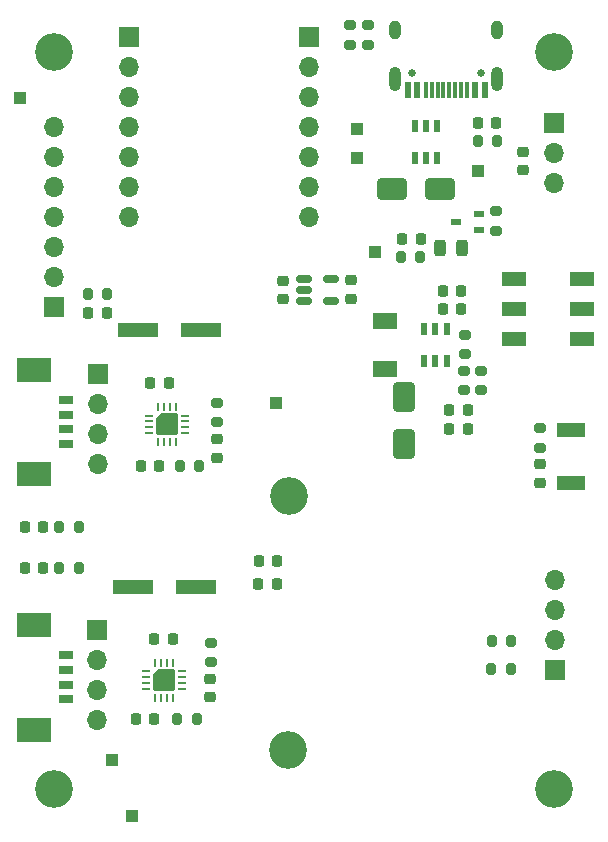
<source format=gts>
%TF.GenerationSoftware,KiCad,Pcbnew,7.0.11-7.0.11~ubuntu22.04.1*%
%TF.CreationDate,2024-03-24T21:54:49+08:00*%
%TF.ProjectId,motor-controller-pcb,6d6f746f-722d-4636-9f6e-74726f6c6c65,2.1b2*%
%TF.SameCoordinates,Original*%
%TF.FileFunction,Soldermask,Top*%
%TF.FilePolarity,Negative*%
%FSLAX46Y46*%
G04 Gerber Fmt 4.6, Leading zero omitted, Abs format (unit mm)*
G04 Created by KiCad (PCBNEW 7.0.11-7.0.11~ubuntu22.04.1) date 2024-03-24 21:54:49*
%MOMM*%
%LPD*%
G01*
G04 APERTURE LIST*
G04 Aperture macros list*
%AMRoundRect*
0 Rectangle with rounded corners*
0 $1 Rounding radius*
0 $2 $3 $4 $5 $6 $7 $8 $9 X,Y pos of 4 corners*
0 Add a 4 corners polygon primitive as box body*
4,1,4,$2,$3,$4,$5,$6,$7,$8,$9,$2,$3,0*
0 Add four circle primitives for the rounded corners*
1,1,$1+$1,$2,$3*
1,1,$1+$1,$4,$5*
1,1,$1+$1,$6,$7*
1,1,$1+$1,$8,$9*
0 Add four rect primitives between the rounded corners*
20,1,$1+$1,$2,$3,$4,$5,0*
20,1,$1+$1,$4,$5,$6,$7,0*
20,1,$1+$1,$6,$7,$8,$9,0*
20,1,$1+$1,$8,$9,$2,$3,0*%
%AMFreePoly0*
4,1,14,0.885355,0.885355,0.900000,0.850000,0.900000,-0.850000,0.885355,-0.885355,0.850000,-0.900000,-0.500000,-0.900000,-0.535355,-0.885356,-0.885355,-0.535355,-0.900000,-0.500000,-0.900000,0.850000,-0.885355,0.885355,-0.850000,0.900000,0.850000,0.900000,0.885355,0.885355,0.885355,0.885355,$1*%
G04 Aperture macros list end*
%ADD10RoundRect,0.225000X-0.250000X0.225000X-0.250000X-0.225000X0.250000X-0.225000X0.250000X0.225000X0*%
%ADD11R,2.000000X1.200000*%
%ADD12R,1.300000X0.800000*%
%ADD13R,3.000000X2.100000*%
%ADD14R,1.700000X1.700000*%
%ADD15O,1.700000X1.700000*%
%ADD16RoundRect,0.225000X0.225000X0.250000X-0.225000X0.250000X-0.225000X-0.250000X0.225000X-0.250000X0*%
%ADD17RoundRect,0.200000X-0.200000X-0.275000X0.200000X-0.275000X0.200000X0.275000X-0.200000X0.275000X0*%
%ADD18R,0.800000X0.280000*%
%ADD19R,0.280000X0.800000*%
%ADD20FreePoly0,270.000000*%
%ADD21C,3.200000*%
%ADD22RoundRect,0.200000X0.275000X-0.200000X0.275000X0.200000X-0.275000X0.200000X-0.275000X-0.200000X0*%
%ADD23R,1.000000X1.000000*%
%ADD24R,2.400000X1.300000*%
%ADD25RoundRect,0.225000X-0.225000X-0.250000X0.225000X-0.250000X0.225000X0.250000X-0.225000X0.250000X0*%
%ADD26R,3.500000X1.200000*%
%ADD27RoundRect,0.218750X-0.218750X-0.256250X0.218750X-0.256250X0.218750X0.256250X-0.218750X0.256250X0*%
%ADD28C,0.650000*%
%ADD29R,0.600000X1.450000*%
%ADD30R,0.300000X1.450000*%
%ADD31O,1.000000X2.100000*%
%ADD32O,1.000000X1.600000*%
%ADD33RoundRect,0.200000X0.200000X0.275000X-0.200000X0.275000X-0.200000X-0.275000X0.200000X-0.275000X0*%
%ADD34R,0.600000X1.100000*%
%ADD35RoundRect,0.250000X-1.000000X-0.650000X1.000000X-0.650000X1.000000X0.650000X-1.000000X0.650000X0*%
%ADD36R,0.920000X0.520000*%
%ADD37R,2.120000X1.400000*%
%ADD38RoundRect,0.250000X0.650000X-1.000000X0.650000X1.000000X-0.650000X1.000000X-0.650000X-1.000000X0*%
%ADD39RoundRect,0.225000X0.250000X-0.225000X0.250000X0.225000X-0.250000X0.225000X-0.250000X-0.225000X0*%
%ADD40RoundRect,0.200000X-0.275000X0.200000X-0.275000X-0.200000X0.275000X-0.200000X0.275000X0.200000X0*%
%ADD41RoundRect,0.150000X-0.512500X-0.150000X0.512500X-0.150000X0.512500X0.150000X-0.512500X0.150000X0*%
%ADD42RoundRect,0.243750X-0.243750X-0.456250X0.243750X-0.456250X0.243750X0.456250X-0.243750X0.456250X0*%
G04 APERTURE END LIST*
D10*
%TO.C,C17*%
X133155000Y-82730000D03*
X133155000Y-84280000D03*
%TD*%
D11*
%TO.C,SW1*%
X152650000Y-82650000D03*
X152650000Y-85150000D03*
X152650000Y-87650000D03*
X146950000Y-82650000D03*
X146950000Y-85150000D03*
X146950000Y-87650000D03*
%TD*%
D12*
%TO.C,J3*%
X109020000Y-92850000D03*
X109020000Y-94110000D03*
X109020000Y-95350000D03*
X109020000Y-96600000D03*
D13*
X106280000Y-99160000D03*
X106280000Y-90300000D03*
%TD*%
D14*
%TO.C,J5*%
X150270000Y-69420000D03*
D15*
X150270000Y-71960000D03*
X150270000Y-74500000D03*
%TD*%
D16*
%TO.C,C9*%
X142450000Y-85120000D03*
X140900000Y-85120000D03*
%TD*%
D17*
%TO.C,R7*%
X143835000Y-70930000D03*
X145485000Y-70930000D03*
%TD*%
D18*
%TO.C,U5*%
X115805000Y-115840000D03*
X115805000Y-116340000D03*
X115805000Y-116840000D03*
X115805000Y-117340000D03*
D19*
X116555000Y-118090000D03*
X117055000Y-118090000D03*
X117555000Y-118090000D03*
X118055000Y-118090000D03*
D18*
X118805000Y-117340000D03*
X118805000Y-116840000D03*
X118805000Y-116340000D03*
X118805000Y-115840000D03*
D19*
X118055000Y-115090000D03*
X117555000Y-115090000D03*
X117055000Y-115090000D03*
X116555000Y-115090000D03*
D20*
X117305000Y-116590000D03*
%TD*%
D21*
%TO.C,H5*%
X127860000Y-101020000D03*
%TD*%
D22*
%TO.C,R15*%
X142670000Y-92010000D03*
X142670000Y-90360000D03*
%TD*%
D12*
%TO.C,J7*%
X108990000Y-114460000D03*
X108990000Y-115720000D03*
X108990000Y-116960000D03*
X108990000Y-118210000D03*
D13*
X106250000Y-120770000D03*
X106250000Y-111910000D03*
%TD*%
D23*
%TO.C,TP3*%
X114580000Y-128080000D03*
%TD*%
D24*
%TO.C,SW2*%
X151710000Y-95370000D03*
X151710000Y-99870000D03*
%TD*%
D17*
%TO.C,R18*%
X110840000Y-83850000D03*
X112490000Y-83850000D03*
%TD*%
D23*
%TO.C,TP1*%
X112850000Y-123310000D03*
%TD*%
D25*
%TO.C,C8*%
X140910000Y-83600000D03*
X142460000Y-83600000D03*
%TD*%
%TO.C,C3*%
X143870000Y-69370000D03*
X145420000Y-69370000D03*
%TD*%
D26*
%TO.C,C16*%
X120025000Y-108700000D03*
X114685000Y-108700000D03*
%TD*%
D27*
%TO.C,D5*%
X110875000Y-85470000D03*
X112450000Y-85470000D03*
%TD*%
D10*
%TO.C,C4*%
X121740000Y-96190000D03*
X121740000Y-97740000D03*
%TD*%
%TO.C,C11*%
X121225000Y-116470000D03*
X121225000Y-118020000D03*
%TD*%
D28*
%TO.C,J1*%
X144090000Y-65140000D03*
X138310000Y-65140000D03*
D29*
X144450000Y-66585000D03*
X143650000Y-66585000D03*
D30*
X142450000Y-66585000D03*
X141450000Y-66585000D03*
X140950000Y-66585000D03*
X139950000Y-66585000D03*
D29*
X138750000Y-66585000D03*
X137950000Y-66585000D03*
X137950000Y-66585000D03*
X138750000Y-66585000D03*
D30*
X139450000Y-66585000D03*
X140450000Y-66585000D03*
X141950000Y-66585000D03*
X142950000Y-66585000D03*
D29*
X143650000Y-66585000D03*
X144450000Y-66585000D03*
D31*
X145520000Y-65670000D03*
D32*
X145520000Y-61490000D03*
D31*
X136880000Y-65670000D03*
D32*
X136880000Y-61490000D03*
%TD*%
D33*
%TO.C,R1*%
X138970000Y-80790000D03*
X137320000Y-80790000D03*
%TD*%
D23*
%TO.C,TP5*%
X143870000Y-73490000D03*
%TD*%
D14*
%TO.C,J2*%
X150420000Y-115710000D03*
D15*
X150420000Y-113170000D03*
X150420000Y-110630000D03*
X150420000Y-108090000D03*
%TD*%
D34*
%TO.C,U3*%
X139320000Y-89532500D03*
X140270000Y-89532500D03*
X141220000Y-89532500D03*
X141220000Y-86832500D03*
X140270000Y-86832500D03*
X139320000Y-86832500D03*
%TD*%
D33*
%TO.C,R10*%
X110085000Y-103590000D03*
X108435000Y-103590000D03*
%TD*%
D27*
%TO.C,D3*%
X105485000Y-107110000D03*
X107060000Y-107110000D03*
%TD*%
D25*
%TO.C,C1*%
X125286300Y-108432200D03*
X126836300Y-108432200D03*
%TD*%
D22*
%TO.C,R12*%
X142790000Y-88980000D03*
X142790000Y-87330000D03*
%TD*%
D35*
%TO.C,D6*%
X136620000Y-75000000D03*
X140620000Y-75000000D03*
%TD*%
D25*
%TO.C,C13*%
X141450000Y-95270000D03*
X143000000Y-95270000D03*
%TD*%
D27*
%TO.C,D4*%
X137470000Y-79250000D03*
X139045000Y-79250000D03*
%TD*%
D21*
%TO.C,H3*%
X107950000Y-125760000D03*
%TD*%
D23*
%TO.C,TP7*%
X135170000Y-80300000D03*
%TD*%
D36*
%TO.C,Q2*%
X143920000Y-78447500D03*
X143920000Y-77147500D03*
X142020000Y-77797500D03*
%TD*%
D37*
%TO.C,L2*%
X135990000Y-86180000D03*
X135990000Y-90240000D03*
%TD*%
D38*
%TO.C,D1*%
X137620000Y-96590000D03*
X137620000Y-92590000D03*
%TD*%
D16*
%TO.C,C14*%
X143000000Y-93730000D03*
X141450000Y-93730000D03*
%TD*%
D18*
%TO.C,U2*%
X116060000Y-94170000D03*
X116060000Y-94670000D03*
X116060000Y-95170000D03*
X116060000Y-95670000D03*
D19*
X116810000Y-96420000D03*
X117310000Y-96420000D03*
X117810000Y-96420000D03*
X118310000Y-96420000D03*
D18*
X119060000Y-95670000D03*
X119060000Y-95170000D03*
X119060000Y-94670000D03*
X119060000Y-94170000D03*
D19*
X118310000Y-93420000D03*
X117810000Y-93420000D03*
X117310000Y-93420000D03*
X116810000Y-93420000D03*
D20*
X117560000Y-94920000D03*
%TD*%
D23*
%TO.C,TP8*%
X133600000Y-72380000D03*
%TD*%
D21*
%TO.C,H1*%
X150328000Y-63385000D03*
%TD*%
%TO.C,H4*%
X150290000Y-125780000D03*
%TD*%
D33*
%TO.C,R11*%
X110065000Y-107110000D03*
X108415000Y-107110000D03*
%TD*%
D14*
%TO.C,J6*%
X107940000Y-85010000D03*
D15*
X107940000Y-82470000D03*
X107940000Y-79930000D03*
X107940000Y-77390000D03*
X107940000Y-74850000D03*
X107940000Y-72310000D03*
X107940000Y-69770000D03*
%TD*%
D39*
%TO.C,C10*%
X149120000Y-99860000D03*
X149120000Y-98310000D03*
%TD*%
D16*
%TO.C,C15*%
X118025000Y-113100000D03*
X116475000Y-113100000D03*
%TD*%
D22*
%TO.C,R13*%
X149130000Y-96910000D03*
X149130000Y-95260000D03*
%TD*%
D39*
%TO.C,C18*%
X127405000Y-84290000D03*
X127405000Y-82740000D03*
%TD*%
D14*
%TO.C,U1*%
X114340000Y-62130000D03*
D15*
X114340000Y-64670000D03*
X114340000Y-67210000D03*
X114340000Y-69750000D03*
X114340000Y-72290000D03*
X114340000Y-74830000D03*
X114300000Y-77380000D03*
X129590000Y-77370000D03*
X129590000Y-74830000D03*
X129590000Y-72290000D03*
X129590000Y-69750000D03*
X129590000Y-67210000D03*
X129590000Y-64670000D03*
D14*
X129590000Y-62130000D03*
%TD*%
D34*
%TO.C,Q1*%
X138535000Y-72375000D03*
X139485000Y-72375000D03*
X140435000Y-72375000D03*
X140435000Y-69675000D03*
X139485000Y-69675000D03*
X138535000Y-69675000D03*
%TD*%
D23*
%TO.C,TP9*%
X126790000Y-93090000D03*
%TD*%
D10*
%TO.C,C2*%
X147700000Y-71870000D03*
X147700000Y-73420000D03*
%TD*%
D16*
%TO.C,C6*%
X117680000Y-91390000D03*
X116130000Y-91390000D03*
%TD*%
D23*
%TO.C,TP6*%
X133620000Y-69890000D03*
%TD*%
D40*
%TO.C,R6*%
X121740000Y-93100000D03*
X121740000Y-94750000D03*
%TD*%
D33*
%TO.C,R17*%
X120045000Y-119850000D03*
X118395000Y-119850000D03*
%TD*%
D40*
%TO.C,R8*%
X145380000Y-76860000D03*
X145380000Y-78510000D03*
%TD*%
%TO.C,R2*%
X133050000Y-61142500D03*
X133050000Y-62792500D03*
%TD*%
D33*
%TO.C,R4*%
X146682500Y-113230000D03*
X145032500Y-113230000D03*
%TD*%
D21*
%TO.C,H6*%
X127820000Y-122460000D03*
%TD*%
%TO.C,H2*%
X107948000Y-63385000D03*
%TD*%
D27*
%TO.C,L1*%
X125305000Y-106480000D03*
X126880000Y-106480000D03*
%TD*%
D14*
%TO.C,J4*%
X111690000Y-90680000D03*
D15*
X111690000Y-93220000D03*
X111690000Y-95760000D03*
X111690000Y-98300000D03*
%TD*%
D14*
%TO.C,J8*%
X111655000Y-112310000D03*
D15*
X111655000Y-114850000D03*
X111655000Y-117390000D03*
X111655000Y-119930000D03*
%TD*%
D26*
%TO.C,C7*%
X120460000Y-86940000D03*
X115120000Y-86940000D03*
%TD*%
D41*
%TO.C,U7*%
X129142500Y-82600000D03*
X129142500Y-83550000D03*
X129142500Y-84500000D03*
X131417500Y-84500000D03*
X131417500Y-82600000D03*
%TD*%
D16*
%TO.C,C5*%
X116860000Y-98440000D03*
X115310000Y-98440000D03*
%TD*%
D40*
%TO.C,R14*%
X121255000Y-113400000D03*
X121255000Y-115050000D03*
%TD*%
D16*
%TO.C,C12*%
X116455000Y-119850000D03*
X114905000Y-119850000D03*
%TD*%
D27*
%TO.C,D2*%
X105497500Y-103590000D03*
X107072500Y-103590000D03*
%TD*%
D22*
%TO.C,R3*%
X134560000Y-62797500D03*
X134560000Y-61147500D03*
%TD*%
D42*
%TO.C,F1*%
X140670000Y-80010000D03*
X142545000Y-80010000D03*
%TD*%
D33*
%TO.C,R9*%
X120280000Y-98460000D03*
X118630000Y-98460000D03*
%TD*%
D23*
%TO.C,TP2*%
X105130000Y-67310000D03*
%TD*%
D17*
%TO.C,R5*%
X145012500Y-115660000D03*
X146662500Y-115660000D03*
%TD*%
D40*
%TO.C,R16*%
X144170000Y-90360000D03*
X144170000Y-92010000D03*
%TD*%
M02*

</source>
